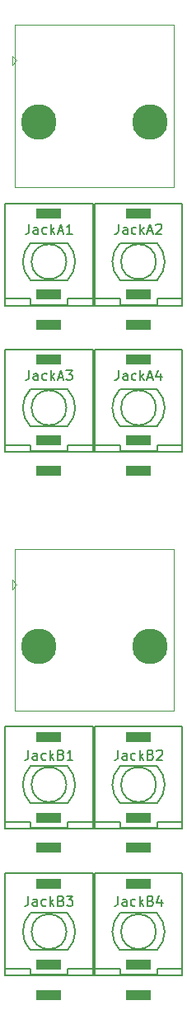
<source format=gbr>
%TF.GenerationSoftware,KiCad,Pcbnew,(6.0.11)*%
%TF.CreationDate,2023-01-29T15:15:52+00:00*%
%TF.ProjectId,Quadraphone_Breakout_Controls,51756164-7261-4706-986f-6e655f427265,rev?*%
%TF.SameCoordinates,Original*%
%TF.FileFunction,Legend,Top*%
%TF.FilePolarity,Positive*%
%FSLAX46Y46*%
G04 Gerber Fmt 4.6, Leading zero omitted, Abs format (unit mm)*
G04 Created by KiCad (PCBNEW (6.0.11)) date 2023-01-29 15:15:52*
%MOMM*%
%LPD*%
G01*
G04 APERTURE LIST*
%ADD10C,0.150000*%
%ADD11C,0.120000*%
%ADD12C,3.650000*%
%ADD13R,2.500000X1.000000*%
G04 APERTURE END LIST*
D10*
%TO.C,J10*%
X61880952Y-146152380D02*
X61880952Y-146866666D01*
X61833333Y-147009523D01*
X61738095Y-147104761D01*
X61595238Y-147152380D01*
X61500000Y-147152380D01*
X62785714Y-147152380D02*
X62785714Y-146628571D01*
X62738095Y-146533333D01*
X62642857Y-146485714D01*
X62452380Y-146485714D01*
X62357142Y-146533333D01*
X62785714Y-147104761D02*
X62690476Y-147152380D01*
X62452380Y-147152380D01*
X62357142Y-147104761D01*
X62309523Y-147009523D01*
X62309523Y-146914285D01*
X62357142Y-146819047D01*
X62452380Y-146771428D01*
X62690476Y-146771428D01*
X62785714Y-146723809D01*
X63690476Y-147104761D02*
X63595238Y-147152380D01*
X63404761Y-147152380D01*
X63309523Y-147104761D01*
X63261904Y-147057142D01*
X63214285Y-146961904D01*
X63214285Y-146676190D01*
X63261904Y-146580952D01*
X63309523Y-146533333D01*
X63404761Y-146485714D01*
X63595238Y-146485714D01*
X63690476Y-146533333D01*
X64119047Y-147152380D02*
X64119047Y-146152380D01*
X64214285Y-146771428D02*
X64500000Y-147152380D01*
X64500000Y-146485714D02*
X64119047Y-146866666D01*
X65261904Y-146628571D02*
X65404761Y-146676190D01*
X65452380Y-146723809D01*
X65500000Y-146819047D01*
X65500000Y-146961904D01*
X65452380Y-147057142D01*
X65404761Y-147104761D01*
X65309523Y-147152380D01*
X64928571Y-147152380D01*
X64928571Y-146152380D01*
X65261904Y-146152380D01*
X65357142Y-146200000D01*
X65404761Y-146247619D01*
X65452380Y-146342857D01*
X65452380Y-146438095D01*
X65404761Y-146533333D01*
X65357142Y-146580952D01*
X65261904Y-146628571D01*
X64928571Y-146628571D01*
X66357142Y-146485714D02*
X66357142Y-147152380D01*
X66119047Y-146104761D02*
X65880952Y-146819047D01*
X66500000Y-146819047D01*
%TO.C,J6*%
X61952380Y-92149880D02*
X61952380Y-92864166D01*
X61904761Y-93007023D01*
X61809523Y-93102261D01*
X61666666Y-93149880D01*
X61571428Y-93149880D01*
X62857142Y-93149880D02*
X62857142Y-92626071D01*
X62809523Y-92530833D01*
X62714285Y-92483214D01*
X62523809Y-92483214D01*
X62428571Y-92530833D01*
X62857142Y-93102261D02*
X62761904Y-93149880D01*
X62523809Y-93149880D01*
X62428571Y-93102261D01*
X62380952Y-93007023D01*
X62380952Y-92911785D01*
X62428571Y-92816547D01*
X62523809Y-92768928D01*
X62761904Y-92768928D01*
X62857142Y-92721309D01*
X63761904Y-93102261D02*
X63666666Y-93149880D01*
X63476190Y-93149880D01*
X63380952Y-93102261D01*
X63333333Y-93054642D01*
X63285714Y-92959404D01*
X63285714Y-92673690D01*
X63333333Y-92578452D01*
X63380952Y-92530833D01*
X63476190Y-92483214D01*
X63666666Y-92483214D01*
X63761904Y-92530833D01*
X64190476Y-93149880D02*
X64190476Y-92149880D01*
X64285714Y-92768928D02*
X64571428Y-93149880D01*
X64571428Y-92483214D02*
X64190476Y-92864166D01*
X64952380Y-92864166D02*
X65428571Y-92864166D01*
X64857142Y-93149880D02*
X65190476Y-92149880D01*
X65523809Y-93149880D01*
X66285714Y-92483214D02*
X66285714Y-93149880D01*
X66047619Y-92102261D02*
X65809523Y-92816547D01*
X66428571Y-92816547D01*
%TO.C,J9*%
X52680952Y-146152380D02*
X52680952Y-146866666D01*
X52633333Y-147009523D01*
X52538095Y-147104761D01*
X52395238Y-147152380D01*
X52300000Y-147152380D01*
X53585714Y-147152380D02*
X53585714Y-146628571D01*
X53538095Y-146533333D01*
X53442857Y-146485714D01*
X53252380Y-146485714D01*
X53157142Y-146533333D01*
X53585714Y-147104761D02*
X53490476Y-147152380D01*
X53252380Y-147152380D01*
X53157142Y-147104761D01*
X53109523Y-147009523D01*
X53109523Y-146914285D01*
X53157142Y-146819047D01*
X53252380Y-146771428D01*
X53490476Y-146771428D01*
X53585714Y-146723809D01*
X54490476Y-147104761D02*
X54395238Y-147152380D01*
X54204761Y-147152380D01*
X54109523Y-147104761D01*
X54061904Y-147057142D01*
X54014285Y-146961904D01*
X54014285Y-146676190D01*
X54061904Y-146580952D01*
X54109523Y-146533333D01*
X54204761Y-146485714D01*
X54395238Y-146485714D01*
X54490476Y-146533333D01*
X54919047Y-147152380D02*
X54919047Y-146152380D01*
X55014285Y-146771428D02*
X55300000Y-147152380D01*
X55300000Y-146485714D02*
X54919047Y-146866666D01*
X56061904Y-146628571D02*
X56204761Y-146676190D01*
X56252380Y-146723809D01*
X56300000Y-146819047D01*
X56300000Y-146961904D01*
X56252380Y-147057142D01*
X56204761Y-147104761D01*
X56109523Y-147152380D01*
X55728571Y-147152380D01*
X55728571Y-146152380D01*
X56061904Y-146152380D01*
X56157142Y-146200000D01*
X56204761Y-146247619D01*
X56252380Y-146342857D01*
X56252380Y-146438095D01*
X56204761Y-146533333D01*
X56157142Y-146580952D01*
X56061904Y-146628571D01*
X55728571Y-146628571D01*
X56633333Y-146152380D02*
X57252380Y-146152380D01*
X56919047Y-146533333D01*
X57061904Y-146533333D01*
X57157142Y-146580952D01*
X57204761Y-146628571D01*
X57252380Y-146723809D01*
X57252380Y-146961904D01*
X57204761Y-147057142D01*
X57157142Y-147104761D01*
X57061904Y-147152380D01*
X56776190Y-147152380D01*
X56680952Y-147104761D01*
X56633333Y-147057142D01*
%TO.C,J5*%
X52752380Y-92149880D02*
X52752380Y-92864166D01*
X52704761Y-93007023D01*
X52609523Y-93102261D01*
X52466666Y-93149880D01*
X52371428Y-93149880D01*
X53657142Y-93149880D02*
X53657142Y-92626071D01*
X53609523Y-92530833D01*
X53514285Y-92483214D01*
X53323809Y-92483214D01*
X53228571Y-92530833D01*
X53657142Y-93102261D02*
X53561904Y-93149880D01*
X53323809Y-93149880D01*
X53228571Y-93102261D01*
X53180952Y-93007023D01*
X53180952Y-92911785D01*
X53228571Y-92816547D01*
X53323809Y-92768928D01*
X53561904Y-92768928D01*
X53657142Y-92721309D01*
X54561904Y-93102261D02*
X54466666Y-93149880D01*
X54276190Y-93149880D01*
X54180952Y-93102261D01*
X54133333Y-93054642D01*
X54085714Y-92959404D01*
X54085714Y-92673690D01*
X54133333Y-92578452D01*
X54180952Y-92530833D01*
X54276190Y-92483214D01*
X54466666Y-92483214D01*
X54561904Y-92530833D01*
X54990476Y-93149880D02*
X54990476Y-92149880D01*
X55085714Y-92768928D02*
X55371428Y-93149880D01*
X55371428Y-92483214D02*
X54990476Y-92864166D01*
X55752380Y-92864166D02*
X56228571Y-92864166D01*
X55657142Y-93149880D02*
X55990476Y-92149880D01*
X56323809Y-93149880D01*
X56561904Y-92149880D02*
X57180952Y-92149880D01*
X56847619Y-92530833D01*
X56990476Y-92530833D01*
X57085714Y-92578452D01*
X57133333Y-92626071D01*
X57180952Y-92721309D01*
X57180952Y-92959404D01*
X57133333Y-93054642D01*
X57085714Y-93102261D01*
X56990476Y-93149880D01*
X56704761Y-93149880D01*
X56609523Y-93102261D01*
X56561904Y-93054642D01*
%TO.C,J4*%
X61952380Y-77149880D02*
X61952380Y-77864166D01*
X61904761Y-78007023D01*
X61809523Y-78102261D01*
X61666666Y-78149880D01*
X61571428Y-78149880D01*
X62857142Y-78149880D02*
X62857142Y-77626071D01*
X62809523Y-77530833D01*
X62714285Y-77483214D01*
X62523809Y-77483214D01*
X62428571Y-77530833D01*
X62857142Y-78102261D02*
X62761904Y-78149880D01*
X62523809Y-78149880D01*
X62428571Y-78102261D01*
X62380952Y-78007023D01*
X62380952Y-77911785D01*
X62428571Y-77816547D01*
X62523809Y-77768928D01*
X62761904Y-77768928D01*
X62857142Y-77721309D01*
X63761904Y-78102261D02*
X63666666Y-78149880D01*
X63476190Y-78149880D01*
X63380952Y-78102261D01*
X63333333Y-78054642D01*
X63285714Y-77959404D01*
X63285714Y-77673690D01*
X63333333Y-77578452D01*
X63380952Y-77530833D01*
X63476190Y-77483214D01*
X63666666Y-77483214D01*
X63761904Y-77530833D01*
X64190476Y-78149880D02*
X64190476Y-77149880D01*
X64285714Y-77768928D02*
X64571428Y-78149880D01*
X64571428Y-77483214D02*
X64190476Y-77864166D01*
X64952380Y-77864166D02*
X65428571Y-77864166D01*
X64857142Y-78149880D02*
X65190476Y-77149880D01*
X65523809Y-78149880D01*
X65809523Y-77245119D02*
X65857142Y-77197500D01*
X65952380Y-77149880D01*
X66190476Y-77149880D01*
X66285714Y-77197500D01*
X66333333Y-77245119D01*
X66380952Y-77340357D01*
X66380952Y-77435595D01*
X66333333Y-77578452D01*
X65761904Y-78149880D01*
X66380952Y-78149880D01*
%TO.C,J7*%
X52680952Y-131152380D02*
X52680952Y-131866666D01*
X52633333Y-132009523D01*
X52538095Y-132104761D01*
X52395238Y-132152380D01*
X52300000Y-132152380D01*
X53585714Y-132152380D02*
X53585714Y-131628571D01*
X53538095Y-131533333D01*
X53442857Y-131485714D01*
X53252380Y-131485714D01*
X53157142Y-131533333D01*
X53585714Y-132104761D02*
X53490476Y-132152380D01*
X53252380Y-132152380D01*
X53157142Y-132104761D01*
X53109523Y-132009523D01*
X53109523Y-131914285D01*
X53157142Y-131819047D01*
X53252380Y-131771428D01*
X53490476Y-131771428D01*
X53585714Y-131723809D01*
X54490476Y-132104761D02*
X54395238Y-132152380D01*
X54204761Y-132152380D01*
X54109523Y-132104761D01*
X54061904Y-132057142D01*
X54014285Y-131961904D01*
X54014285Y-131676190D01*
X54061904Y-131580952D01*
X54109523Y-131533333D01*
X54204761Y-131485714D01*
X54395238Y-131485714D01*
X54490476Y-131533333D01*
X54919047Y-132152380D02*
X54919047Y-131152380D01*
X55014285Y-131771428D02*
X55300000Y-132152380D01*
X55300000Y-131485714D02*
X54919047Y-131866666D01*
X56061904Y-131628571D02*
X56204761Y-131676190D01*
X56252380Y-131723809D01*
X56300000Y-131819047D01*
X56300000Y-131961904D01*
X56252380Y-132057142D01*
X56204761Y-132104761D01*
X56109523Y-132152380D01*
X55728571Y-132152380D01*
X55728571Y-131152380D01*
X56061904Y-131152380D01*
X56157142Y-131200000D01*
X56204761Y-131247619D01*
X56252380Y-131342857D01*
X56252380Y-131438095D01*
X56204761Y-131533333D01*
X56157142Y-131580952D01*
X56061904Y-131628571D01*
X55728571Y-131628571D01*
X57252380Y-132152380D02*
X56680952Y-132152380D01*
X56966666Y-132152380D02*
X56966666Y-131152380D01*
X56871428Y-131295238D01*
X56776190Y-131390476D01*
X56680952Y-131438095D01*
%TO.C,J3*%
X52752380Y-77149880D02*
X52752380Y-77864166D01*
X52704761Y-78007023D01*
X52609523Y-78102261D01*
X52466666Y-78149880D01*
X52371428Y-78149880D01*
X53657142Y-78149880D02*
X53657142Y-77626071D01*
X53609523Y-77530833D01*
X53514285Y-77483214D01*
X53323809Y-77483214D01*
X53228571Y-77530833D01*
X53657142Y-78102261D02*
X53561904Y-78149880D01*
X53323809Y-78149880D01*
X53228571Y-78102261D01*
X53180952Y-78007023D01*
X53180952Y-77911785D01*
X53228571Y-77816547D01*
X53323809Y-77768928D01*
X53561904Y-77768928D01*
X53657142Y-77721309D01*
X54561904Y-78102261D02*
X54466666Y-78149880D01*
X54276190Y-78149880D01*
X54180952Y-78102261D01*
X54133333Y-78054642D01*
X54085714Y-77959404D01*
X54085714Y-77673690D01*
X54133333Y-77578452D01*
X54180952Y-77530833D01*
X54276190Y-77483214D01*
X54466666Y-77483214D01*
X54561904Y-77530833D01*
X54990476Y-78149880D02*
X54990476Y-77149880D01*
X55085714Y-77768928D02*
X55371428Y-78149880D01*
X55371428Y-77483214D02*
X54990476Y-77864166D01*
X55752380Y-77864166D02*
X56228571Y-77864166D01*
X55657142Y-78149880D02*
X55990476Y-77149880D01*
X56323809Y-78149880D01*
X57180952Y-78149880D02*
X56609523Y-78149880D01*
X56895238Y-78149880D02*
X56895238Y-77149880D01*
X56800000Y-77292738D01*
X56704761Y-77387976D01*
X56609523Y-77435595D01*
%TO.C,J8*%
X61880952Y-131152380D02*
X61880952Y-131866666D01*
X61833333Y-132009523D01*
X61738095Y-132104761D01*
X61595238Y-132152380D01*
X61500000Y-132152380D01*
X62785714Y-132152380D02*
X62785714Y-131628571D01*
X62738095Y-131533333D01*
X62642857Y-131485714D01*
X62452380Y-131485714D01*
X62357142Y-131533333D01*
X62785714Y-132104761D02*
X62690476Y-132152380D01*
X62452380Y-132152380D01*
X62357142Y-132104761D01*
X62309523Y-132009523D01*
X62309523Y-131914285D01*
X62357142Y-131819047D01*
X62452380Y-131771428D01*
X62690476Y-131771428D01*
X62785714Y-131723809D01*
X63690476Y-132104761D02*
X63595238Y-132152380D01*
X63404761Y-132152380D01*
X63309523Y-132104761D01*
X63261904Y-132057142D01*
X63214285Y-131961904D01*
X63214285Y-131676190D01*
X63261904Y-131580952D01*
X63309523Y-131533333D01*
X63404761Y-131485714D01*
X63595238Y-131485714D01*
X63690476Y-131533333D01*
X64119047Y-132152380D02*
X64119047Y-131152380D01*
X64214285Y-131771428D02*
X64500000Y-132152380D01*
X64500000Y-131485714D02*
X64119047Y-131866666D01*
X65261904Y-131628571D02*
X65404761Y-131676190D01*
X65452380Y-131723809D01*
X65500000Y-131819047D01*
X65500000Y-131961904D01*
X65452380Y-132057142D01*
X65404761Y-132104761D01*
X65309523Y-132152380D01*
X64928571Y-132152380D01*
X64928571Y-131152380D01*
X65261904Y-131152380D01*
X65357142Y-131200000D01*
X65404761Y-131247619D01*
X65452380Y-131342857D01*
X65452380Y-131438095D01*
X65404761Y-131533333D01*
X65357142Y-131580952D01*
X65261904Y-131628571D01*
X64928571Y-131628571D01*
X65880952Y-131247619D02*
X65928571Y-131200000D01*
X66023809Y-131152380D01*
X66261904Y-131152380D01*
X66357142Y-131200000D01*
X66404761Y-131247619D01*
X66452380Y-131342857D01*
X66452380Y-131438095D01*
X66404761Y-131580952D01*
X65833333Y-132152380D01*
X66452380Y-132152380D01*
D11*
%TO.C,J1*%
X67600000Y-56680000D02*
X51250000Y-56680000D01*
X51500000Y-60350000D02*
X51000000Y-59850000D01*
X51000000Y-60850000D02*
X51500000Y-60350000D01*
X67600000Y-73320000D02*
X51250000Y-73320000D01*
X51250000Y-56680000D02*
X51250000Y-73320000D01*
X67600000Y-56680000D02*
X67600000Y-73320000D01*
X51000000Y-59850000D02*
X51000000Y-60850000D01*
D10*
%TO.C,J10*%
X65905000Y-153610000D02*
X68445000Y-153610000D01*
X68500000Y-143800000D02*
X68500000Y-154300000D01*
X65905000Y-154245000D02*
X65905000Y-153610000D01*
X59555000Y-153610000D02*
X62095000Y-153610000D01*
X62095000Y-147895000D02*
X65905000Y-147895000D01*
X62095000Y-153610000D02*
X62095000Y-154245000D01*
X62095000Y-154245000D02*
X65905000Y-154245000D01*
X59500000Y-143800000D02*
X68500000Y-143800000D01*
X59500000Y-143800000D02*
X59500000Y-154300000D01*
X59500000Y-154300000D02*
X68500000Y-154300000D01*
X65905000Y-151705000D02*
X62095000Y-151705000D01*
X62095000Y-147895000D02*
G75*
G03*
X62095000Y-151705000I1904999J-1905000D01*
G01*
X65905000Y-151705000D02*
G75*
G03*
X65905000Y-147895000I-1905000J1905000D01*
G01*
X65796051Y-149800000D02*
G75*
G03*
X65796051Y-149800000I-1796051J0D01*
G01*
D11*
%TO.C,J2*%
X51000000Y-113650000D02*
X51000000Y-114650000D01*
X67600000Y-110480000D02*
X67600000Y-127120000D01*
X51250000Y-110480000D02*
X51250000Y-127120000D01*
X67600000Y-110480000D02*
X51250000Y-110480000D01*
X51500000Y-114150000D02*
X51000000Y-113650000D01*
X67600000Y-127120000D02*
X51250000Y-127120000D01*
X51000000Y-114650000D02*
X51500000Y-114150000D01*
D10*
%TO.C,J6*%
X62095000Y-94095000D02*
X65905000Y-94095000D01*
X65905000Y-99810000D02*
X68445000Y-99810000D01*
X59500000Y-90000000D02*
X68500000Y-90000000D01*
X65905000Y-100445000D02*
X65905000Y-99810000D01*
X62095000Y-99810000D02*
X62095000Y-100445000D01*
X68500000Y-90000000D02*
X68500000Y-100500000D01*
X62095000Y-100445000D02*
X65905000Y-100445000D01*
X65905000Y-97905000D02*
X62095000Y-97905000D01*
X59555000Y-99810000D02*
X62095000Y-99810000D01*
X59500000Y-90000000D02*
X59500000Y-100500000D01*
X59500000Y-100500000D02*
X68500000Y-100500000D01*
X65905000Y-97905000D02*
G75*
G03*
X65905000Y-94095000I-1905000J1905000D01*
G01*
X62095000Y-94095000D02*
G75*
G03*
X62095000Y-97905000I1904999J-1905000D01*
G01*
X65796051Y-96000000D02*
G75*
G03*
X65796051Y-96000000I-1796051J0D01*
G01*
%TO.C,J9*%
X52895000Y-147895000D02*
X56705000Y-147895000D01*
X56705000Y-151705000D02*
X52895000Y-151705000D01*
X52895000Y-153610000D02*
X52895000Y-154245000D01*
X56705000Y-153610000D02*
X59245000Y-153610000D01*
X50300000Y-143800000D02*
X59300000Y-143800000D01*
X56705000Y-154245000D02*
X56705000Y-153610000D01*
X59300000Y-143800000D02*
X59300000Y-154300000D01*
X50355000Y-153610000D02*
X52895000Y-153610000D01*
X50300000Y-143800000D02*
X50300000Y-154300000D01*
X52895000Y-154245000D02*
X56705000Y-154245000D01*
X50300000Y-154300000D02*
X59300000Y-154300000D01*
X56705000Y-151705000D02*
G75*
G03*
X56705000Y-147895000I-1905000J1905000D01*
G01*
X52895000Y-147895000D02*
G75*
G03*
X52895000Y-151705000I1904999J-1905000D01*
G01*
X56596051Y-149800000D02*
G75*
G03*
X56596051Y-149800000I-1796051J0D01*
G01*
%TO.C,J5*%
X50300000Y-90000000D02*
X50300000Y-100500000D01*
X50355000Y-99810000D02*
X52895000Y-99810000D01*
X52895000Y-94095000D02*
X56705000Y-94095000D01*
X56705000Y-97905000D02*
X52895000Y-97905000D01*
X50300000Y-100500000D02*
X59300000Y-100500000D01*
X52895000Y-99810000D02*
X52895000Y-100445000D01*
X59300000Y-90000000D02*
X59300000Y-100500000D01*
X56705000Y-99810000D02*
X59245000Y-99810000D01*
X52895000Y-100445000D02*
X56705000Y-100445000D01*
X56705000Y-100445000D02*
X56705000Y-99810000D01*
X50300000Y-90000000D02*
X59300000Y-90000000D01*
X56705000Y-97905000D02*
G75*
G03*
X56705000Y-94095000I-1905000J1905000D01*
G01*
X52895000Y-94095000D02*
G75*
G03*
X52895000Y-97905000I1904999J-1905000D01*
G01*
X56596051Y-96000000D02*
G75*
G03*
X56596051Y-96000000I-1796051J0D01*
G01*
%TO.C,J4*%
X65905000Y-85445000D02*
X65905000Y-84810000D01*
X59500000Y-75000000D02*
X68500000Y-75000000D01*
X62095000Y-85445000D02*
X65905000Y-85445000D01*
X65905000Y-84810000D02*
X68445000Y-84810000D01*
X62095000Y-79095000D02*
X65905000Y-79095000D01*
X65905000Y-82905000D02*
X62095000Y-82905000D01*
X59555000Y-84810000D02*
X62095000Y-84810000D01*
X59500000Y-75000000D02*
X59500000Y-85500000D01*
X59500000Y-85500000D02*
X68500000Y-85500000D01*
X62095000Y-84810000D02*
X62095000Y-85445000D01*
X68500000Y-75000000D02*
X68500000Y-85500000D01*
X62095000Y-79095000D02*
G75*
G03*
X62095000Y-82905000I1904999J-1905000D01*
G01*
X65905000Y-82905000D02*
G75*
G03*
X65905000Y-79095000I-1905000J1905000D01*
G01*
X65796051Y-81000000D02*
G75*
G03*
X65796051Y-81000000I-1796051J0D01*
G01*
%TO.C,J7*%
X50300000Y-139200000D02*
X59300000Y-139200000D01*
X50300000Y-128700000D02*
X50300000Y-139200000D01*
X59300000Y-128700000D02*
X59300000Y-139200000D01*
X56705000Y-138510000D02*
X59245000Y-138510000D01*
X52895000Y-139145000D02*
X56705000Y-139145000D01*
X52895000Y-132795000D02*
X56705000Y-132795000D01*
X52895000Y-138510000D02*
X52895000Y-139145000D01*
X56705000Y-136605000D02*
X52895000Y-136605000D01*
X50300000Y-128700000D02*
X59300000Y-128700000D01*
X56705000Y-139145000D02*
X56705000Y-138510000D01*
X50355000Y-138510000D02*
X52895000Y-138510000D01*
X52895000Y-132795000D02*
G75*
G03*
X52895000Y-136605000I1904999J-1905000D01*
G01*
X56705000Y-136605000D02*
G75*
G03*
X56705000Y-132795000I-1905000J1905000D01*
G01*
X56596051Y-134700000D02*
G75*
G03*
X56596051Y-134700000I-1796051J0D01*
G01*
%TO.C,J3*%
X52895000Y-84810000D02*
X52895000Y-85445000D01*
X50300000Y-85500000D02*
X59300000Y-85500000D01*
X52895000Y-85445000D02*
X56705000Y-85445000D01*
X52895000Y-79095000D02*
X56705000Y-79095000D01*
X56705000Y-84810000D02*
X59245000Y-84810000D01*
X56705000Y-85445000D02*
X56705000Y-84810000D01*
X56705000Y-82905000D02*
X52895000Y-82905000D01*
X50355000Y-84810000D02*
X52895000Y-84810000D01*
X50300000Y-75000000D02*
X59300000Y-75000000D01*
X59300000Y-75000000D02*
X59300000Y-85500000D01*
X50300000Y-75000000D02*
X50300000Y-85500000D01*
X56705000Y-82905000D02*
G75*
G03*
X56705000Y-79095000I-1905000J1905000D01*
G01*
X52895000Y-79095000D02*
G75*
G03*
X52895000Y-82905000I1904999J-1905000D01*
G01*
X56596051Y-81000000D02*
G75*
G03*
X56596051Y-81000000I-1796051J0D01*
G01*
%TO.C,J8*%
X59500000Y-128700000D02*
X59500000Y-139200000D01*
X59500000Y-139200000D02*
X68500000Y-139200000D01*
X68500000Y-128700000D02*
X68500000Y-139200000D01*
X62095000Y-138510000D02*
X62095000Y-139145000D01*
X59555000Y-138510000D02*
X62095000Y-138510000D01*
X59500000Y-128700000D02*
X68500000Y-128700000D01*
X62095000Y-132795000D02*
X65905000Y-132795000D01*
X62095000Y-139145000D02*
X65905000Y-139145000D01*
X65905000Y-136605000D02*
X62095000Y-136605000D01*
X65905000Y-139145000D02*
X65905000Y-138510000D01*
X65905000Y-138510000D02*
X68445000Y-138510000D01*
X65905000Y-136605000D02*
G75*
G03*
X65905000Y-132795000I-1905000J1905000D01*
G01*
X62095000Y-132795000D02*
G75*
G03*
X62095000Y-136605000I1904999J-1905000D01*
G01*
X65796051Y-134700000D02*
G75*
G03*
X65796051Y-134700000I-1796051J0D01*
G01*
%TD*%
D12*
%TO.C,J1*%
X65160000Y-66700000D03*
X53730000Y-66700000D03*
%TD*%
D13*
%TO.C,J10*%
X64000000Y-156280000D03*
X64000000Y-153180000D03*
X64000000Y-144880000D03*
%TD*%
D12*
%TO.C,J2*%
X53730000Y-120500000D03*
X65160000Y-120500000D03*
%TD*%
D13*
%TO.C,J6*%
X64000000Y-102480000D03*
X64000000Y-99380000D03*
X64000000Y-91080000D03*
%TD*%
%TO.C,J9*%
X54800000Y-156280000D03*
X54800000Y-153180000D03*
X54800000Y-144880000D03*
%TD*%
%TO.C,J5*%
X54800000Y-102480000D03*
X54800000Y-99380000D03*
X54800000Y-91080000D03*
%TD*%
%TO.C,J4*%
X64000000Y-87480000D03*
X64000000Y-84380000D03*
X64000000Y-76080000D03*
%TD*%
%TO.C,J7*%
X54800000Y-141180000D03*
X54800000Y-138080000D03*
X54800000Y-129780000D03*
%TD*%
%TO.C,J3*%
X54800000Y-87480000D03*
X54800000Y-84380000D03*
X54800000Y-76080000D03*
%TD*%
%TO.C,J8*%
X64000000Y-141180000D03*
X64000000Y-138080000D03*
X64000000Y-129780000D03*
%TD*%
M02*

</source>
